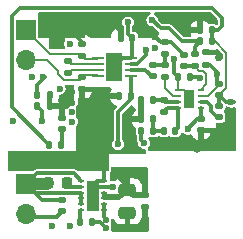
<source format=gbr>
%TF.GenerationSoftware,KiCad,Pcbnew,7.0.10*%
%TF.CreationDate,2024-03-11T17:01:08-07:00*%
%TF.ProjectId,P2.0,50322e30-2e6b-4696-9361-645f70636258,rev?*%
%TF.SameCoordinates,Original*%
%TF.FileFunction,Copper,L4,Bot*%
%TF.FilePolarity,Positive*%
%FSLAX46Y46*%
G04 Gerber Fmt 4.6, Leading zero omitted, Abs format (unit mm)*
G04 Created by KiCad (PCBNEW 7.0.10) date 2024-03-11 17:01:08*
%MOMM*%
%LPD*%
G01*
G04 APERTURE LIST*
G04 Aperture macros list*
%AMRoundRect*
0 Rectangle with rounded corners*
0 $1 Rounding radius*
0 $2 $3 $4 $5 $6 $7 $8 $9 X,Y pos of 4 corners*
0 Add a 4 corners polygon primitive as box body*
4,1,4,$2,$3,$4,$5,$6,$7,$8,$9,$2,$3,0*
0 Add four circle primitives for the rounded corners*
1,1,$1+$1,$2,$3*
1,1,$1+$1,$4,$5*
1,1,$1+$1,$6,$7*
1,1,$1+$1,$8,$9*
0 Add four rect primitives between the rounded corners*
20,1,$1+$1,$2,$3,$4,$5,0*
20,1,$1+$1,$4,$5,$6,$7,0*
20,1,$1+$1,$6,$7,$8,$9,0*
20,1,$1+$1,$8,$9,$2,$3,0*%
G04 Aperture macros list end*
%TA.AperFunction,ComponentPad*%
%ADD10R,1.700000X1.700000*%
%TD*%
%TA.AperFunction,ComponentPad*%
%ADD11O,1.700000X1.700000*%
%TD*%
%TA.AperFunction,SMDPad,CuDef*%
%ADD12RoundRect,0.140000X-0.170000X0.140000X-0.170000X-0.140000X0.170000X-0.140000X0.170000X0.140000X0*%
%TD*%
%TA.AperFunction,SMDPad,CuDef*%
%ADD13RoundRect,0.135000X-0.135000X-0.185000X0.135000X-0.185000X0.135000X0.185000X-0.135000X0.185000X0*%
%TD*%
%TA.AperFunction,SMDPad,CuDef*%
%ADD14RoundRect,0.135000X-0.185000X0.135000X-0.185000X-0.135000X0.185000X-0.135000X0.185000X0.135000X0*%
%TD*%
%TA.AperFunction,SMDPad,CuDef*%
%ADD15RoundRect,0.140000X0.140000X0.170000X-0.140000X0.170000X-0.140000X-0.170000X0.140000X-0.170000X0*%
%TD*%
%TA.AperFunction,SMDPad,CuDef*%
%ADD16RoundRect,0.140000X0.170000X-0.140000X0.170000X0.140000X-0.170000X0.140000X-0.170000X-0.140000X0*%
%TD*%
%TA.AperFunction,SMDPad,CuDef*%
%ADD17RoundRect,0.140000X-0.140000X-0.170000X0.140000X-0.170000X0.140000X0.170000X-0.140000X0.170000X0*%
%TD*%
%TA.AperFunction,SMDPad,CuDef*%
%ADD18RoundRect,0.135000X0.185000X-0.135000X0.185000X0.135000X-0.185000X0.135000X-0.185000X-0.135000X0*%
%TD*%
%TA.AperFunction,SMDPad,CuDef*%
%ADD19R,0.500000X0.250000*%
%TD*%
%TA.AperFunction,SMDPad,CuDef*%
%ADD20R,1.000000X2.650000*%
%TD*%
%TA.AperFunction,SMDPad,CuDef*%
%ADD21RoundRect,0.250000X0.475000X-0.250000X0.475000X0.250000X-0.475000X0.250000X-0.475000X-0.250000X0*%
%TD*%
%TA.AperFunction,SMDPad,CuDef*%
%ADD22RoundRect,0.218750X-0.218750X-0.256250X0.218750X-0.256250X0.218750X0.256250X-0.218750X0.256250X0*%
%TD*%
%TA.AperFunction,SMDPad,CuDef*%
%ADD23RoundRect,0.135000X0.135000X0.185000X-0.135000X0.185000X-0.135000X-0.185000X0.135000X-0.185000X0*%
%TD*%
%TA.AperFunction,SMDPad,CuDef*%
%ADD24RoundRect,0.062500X-0.412500X-0.062500X0.412500X-0.062500X0.412500X0.062500X-0.412500X0.062500X0*%
%TD*%
%TA.AperFunction,SMDPad,CuDef*%
%ADD25R,1.450000X2.400000*%
%TD*%
%TA.AperFunction,SMDPad,CuDef*%
%ADD26R,0.900000X1.600000*%
%TD*%
%TA.AperFunction,ViaPad*%
%ADD27C,0.600000*%
%TD*%
%TA.AperFunction,ViaPad*%
%ADD28C,0.800000*%
%TD*%
%TA.AperFunction,Conductor*%
%ADD29C,0.200000*%
%TD*%
%TA.AperFunction,Conductor*%
%ADD30C,0.300000*%
%TD*%
%TA.AperFunction,Conductor*%
%ADD31C,0.500000*%
%TD*%
%TA.AperFunction,Conductor*%
%ADD32C,1.000000*%
%TD*%
%TA.AperFunction,Conductor*%
%ADD33C,0.150000*%
%TD*%
G04 APERTURE END LIST*
D10*
%TO.P,J1,1,Pin_1*%
%TO.N,/EEG-*%
X76500000Y-51750000D03*
D11*
%TO.P,J1,2,Pin_2*%
%TO.N,/EEG+*%
X76500000Y-54290000D03*
%TD*%
D10*
%TO.P,BT1,1,+*%
%TO.N,Net-(BT1-+)*%
X76525000Y-64800000D03*
D11*
%TO.P,BT1,2,-*%
%TO.N,GND*%
X76525000Y-67340000D03*
%TD*%
D12*
%TO.P,C4,1*%
%TO.N,GND*%
X89850000Y-53840000D03*
%TO.P,C4,2*%
%TO.N,Net-(U2-IN2+)*%
X89850000Y-54800000D03*
%TD*%
D13*
%TO.P,R17,1*%
%TO.N,+3V3*%
X77480000Y-57200000D03*
%TO.P,R17,2*%
%TO.N,STAGE_3_OUT*%
X78500000Y-57200000D03*
%TD*%
D14*
%TO.P,R1,1*%
%TO.N,/EEG+*%
X81280000Y-55740000D03*
%TO.P,R1,2*%
%TO.N,GND*%
X81280000Y-56760000D03*
%TD*%
D15*
%TO.P,C24,1*%
%TO.N,GND*%
X90380000Y-55750000D03*
%TO.P,C24,2*%
%TO.N,-3V3*%
X89420000Y-55750000D03*
%TD*%
D16*
%TO.P,C26,1*%
%TO.N,GND*%
X86600000Y-66700000D03*
%TO.P,C26,2*%
%TO.N,+3V3*%
X86600000Y-65740000D03*
%TD*%
D17*
%TO.P,C5,1*%
%TO.N,Net-(C5-Pad1)*%
X91270000Y-52700000D03*
%TO.P,C5,2*%
%TO.N,Net-(C3-Pad2)*%
X92230000Y-52700000D03*
%TD*%
D14*
%TO.P,R5,1*%
%TO.N,Net-(C1-Pad2)*%
X88250000Y-54700000D03*
%TO.P,R5,2*%
%TO.N,Net-(U2-IN1+)*%
X88250000Y-55720000D03*
%TD*%
D16*
%TO.P,C25,1*%
%TO.N,GND*%
X91300000Y-60230000D03*
%TO.P,C25,2*%
%TO.N,+3V3*%
X91300000Y-59270000D03*
%TD*%
D18*
%TO.P,R2,1*%
%TO.N,/EEG-*%
X81280000Y-53960000D03*
%TO.P,R2,2*%
%TO.N,GND*%
X81280000Y-52940000D03*
%TD*%
D16*
%TO.P,C8,1*%
%TO.N,GND*%
X79600000Y-67060000D03*
%TO.P,C8,2*%
%TO.N,Net-(BT1-+)*%
X79600000Y-66100000D03*
%TD*%
D19*
%TO.P,U3,1,OSEL*%
%TO.N,Net-(U3-OSEL)*%
X81200000Y-67000000D03*
%TO.P,U3,2,MODE*%
%TO.N,Net-(BT1-+)*%
X81200000Y-66500000D03*
%TO.P,U3,3,EN*%
X81200000Y-66000000D03*
%TO.P,U3,4,VIN*%
X81200000Y-65500000D03*
%TO.P,U3,5,SW*%
%TO.N,Net-(U3-SW)*%
X81200000Y-65000000D03*
%TO.P,U3,6,SUP*%
%TO.N,Net-(BT1-+)*%
X81200000Y-64500000D03*
%TO.P,U3,7,PGND*%
%TO.N,GND*%
X83100000Y-64500000D03*
%TO.P,U3,8,AGND*%
X83100000Y-65000000D03*
%TO.P,U3,9,VOUT*%
%TO.N,+3V3*%
X83100000Y-65500000D03*
%TO.P,U3,10,VOUT*%
X83100000Y-66000000D03*
%TO.P,U3,11,ICHG*%
%TO.N,GND*%
X83100000Y-66500000D03*
%TO.P,U3,12,VCHG*%
X83100000Y-67000000D03*
D20*
%TO.P,U3,13*%
X82150000Y-65750000D03*
%TD*%
D17*
%TO.P,C23,1*%
%TO.N,GND*%
X84520000Y-52400000D03*
%TO.P,C23,2*%
%TO.N,-3V3*%
X85480000Y-52400000D03*
%TD*%
D16*
%TO.P,C1,1*%
%TO.N,Net-(U1-OUT)*%
X87300000Y-55660000D03*
%TO.P,C1,2*%
%TO.N,Net-(C1-Pad2)*%
X87300000Y-54700000D03*
%TD*%
%TO.P,C7,1*%
%TO.N,Net-(C7-Pad1)*%
X79550000Y-60110000D03*
%TO.P,C7,2*%
%TO.N,STAGE_3_OUT*%
X79550000Y-59150000D03*
%TD*%
D21*
%TO.P,C9,1*%
%TO.N,GND*%
X85100000Y-67200000D03*
%TO.P,C9,2*%
%TO.N,+3V3*%
X85100000Y-65300000D03*
%TD*%
D13*
%TO.P,R14,1*%
%TO.N,Net-(C3-Pad2)*%
X78490000Y-61450000D03*
%TO.P,R14,2*%
%TO.N,Net-(C7-Pad1)*%
X79510000Y-61450000D03*
%TD*%
D22*
%TO.P,L1,1,1*%
%TO.N,Net-(BT1-+)*%
X78412500Y-64700000D03*
%TO.P,L1,2,2*%
%TO.N,Net-(U3-SW)*%
X79987500Y-64700000D03*
%TD*%
D23*
%TO.P,R10,1*%
%TO.N,Net-(C2-Pad2)*%
X87300000Y-60300000D03*
%TO.P,R10,2*%
%TO.N,Net-(C5-Pad1)*%
X86280000Y-60300000D03*
%TD*%
D14*
%TO.P,R11,1*%
%TO.N,Net-(C5-Pad1)*%
X90800000Y-53790000D03*
%TO.P,R11,2*%
%TO.N,Net-(U2-IN2+)*%
X90800000Y-54810000D03*
%TD*%
D23*
%TO.P,R16,1*%
%TO.N,STAGE_3_OUT*%
X78500000Y-58190000D03*
%TO.P,R16,2*%
%TO.N,GND*%
X77480000Y-58190000D03*
%TD*%
%TO.P,R8,1*%
%TO.N,Net-(C3-Pad2)*%
X92260000Y-51750000D03*
%TO.P,R8,2*%
%TO.N,GND*%
X91240000Y-51750000D03*
%TD*%
D17*
%TO.P,C22,1*%
%TO.N,GND*%
X84420000Y-57300000D03*
%TO.P,C22,2*%
%TO.N,+3V3*%
X85380000Y-57300000D03*
%TD*%
D12*
%TO.P,C6,1*%
%TO.N,Net-(U2-IN2-)*%
X92875000Y-56295000D03*
%TO.P,C6,2*%
%TO.N,Net-(C3-Pad2)*%
X92875000Y-57255000D03*
%TD*%
D16*
%TO.P,C3,1*%
%TO.N,Net-(U2-OUT2)*%
X92875000Y-59105000D03*
%TO.P,C3,2*%
%TO.N,Net-(C3-Pad2)*%
X92875000Y-58145000D03*
%TD*%
D18*
%TO.P,R4,1*%
%TO.N,Net-(C1-Pad2)*%
X88250000Y-53810000D03*
%TO.P,R4,2*%
%TO.N,GND*%
X88250000Y-52790000D03*
%TD*%
%TO.P,R3,1*%
%TO.N,Net-(R3-Pad1)*%
X80080000Y-55370000D03*
%TO.P,R3,2*%
%TO.N,Net-(R3-Pad2)*%
X80080000Y-54350000D03*
%TD*%
%TO.P,R6,1*%
%TO.N,Net-(U2-OUT1)*%
X88200000Y-58660000D03*
%TO.P,R6,2*%
%TO.N,Net-(U2-IN1-)*%
X88200000Y-57640000D03*
%TD*%
D24*
%TO.P,U1,1,-IN*%
%TO.N,/EEG+*%
X82580000Y-55600000D03*
%TO.P,U1,2,RG*%
%TO.N,Net-(R3-Pad1)*%
X82580000Y-55100000D03*
%TO.P,U1,3,RG*%
%TO.N,Net-(R3-Pad2)*%
X82580000Y-54600000D03*
%TO.P,U1,4,+IN*%
%TO.N,/EEG-*%
X82580000Y-54100000D03*
%TO.P,U1,5,-VS*%
%TO.N,-3V3*%
X85380000Y-54100000D03*
%TO.P,U1,6,REF*%
%TO.N,GND*%
X85380000Y-54600000D03*
%TO.P,U1,7,OUT*%
%TO.N,Net-(U1-OUT)*%
X85380000Y-55100000D03*
%TO.P,U1,8,+VS*%
%TO.N,+3V3*%
X85380000Y-55600000D03*
D25*
%TO.P,U1,9*%
%TO.N,-3V3*%
X83980000Y-54850000D03*
%TD*%
D15*
%TO.P,C2,1*%
%TO.N,Net-(U2-OUT1)*%
X89130000Y-60300000D03*
%TO.P,C2,2*%
%TO.N,Net-(C2-Pad2)*%
X88170000Y-60300000D03*
%TD*%
D19*
%TO.P,U2,1,OUT1*%
%TO.N,Net-(U2-OUT1)*%
X89400000Y-58300000D03*
%TO.P,U2,2,IN1-*%
%TO.N,Net-(U2-IN1-)*%
X89400000Y-57800000D03*
%TO.P,U2,3,IN1+*%
%TO.N,Net-(U2-IN1+)*%
X89400000Y-57300000D03*
%TO.P,U2,4,V-*%
%TO.N,-3V3*%
X89400000Y-56800000D03*
%TO.P,U2,5,IN2+*%
%TO.N,Net-(U2-IN2+)*%
X91300000Y-56800000D03*
%TO.P,U2,6,IN2-*%
%TO.N,Net-(U2-IN2-)*%
X91300000Y-57300000D03*
%TO.P,U2,7,OUT2*%
%TO.N,Net-(U2-OUT2)*%
X91300000Y-57800000D03*
%TO.P,U2,8,V+*%
%TO.N,+3V3*%
X91300000Y-58300000D03*
D26*
%TO.P,U2,9*%
%TO.N,-3V3*%
X90350000Y-57550000D03*
%TD*%
D13*
%TO.P,R19,1*%
%TO.N,Net-(U3-OSEL)*%
X81090000Y-68000000D03*
%TO.P,R19,2*%
%TO.N,GND*%
X82110000Y-68000000D03*
%TD*%
D23*
%TO.P,R9,1*%
%TO.N,Net-(C2-Pad2)*%
X87300000Y-59300000D03*
%TO.P,R9,2*%
%TO.N,GND*%
X86280000Y-59300000D03*
%TD*%
%TO.P,R7,1*%
%TO.N,Net-(U2-IN1-)*%
X87260000Y-57650000D03*
%TO.P,R7,2*%
%TO.N,GND*%
X86240000Y-57650000D03*
%TD*%
D14*
%TO.P,R12,1*%
%TO.N,GND*%
X91750000Y-53640000D03*
%TO.P,R12,2*%
%TO.N,Net-(U2-IN2-)*%
X91750000Y-54660000D03*
%TD*%
D27*
%TO.N,GND*%
X87450000Y-52300000D03*
X83850000Y-65000000D03*
X83500000Y-61400000D03*
X86650000Y-53400000D03*
X88300000Y-50900000D03*
X77900000Y-59400000D03*
X90350000Y-50900000D03*
X92850000Y-54100000D03*
X79350000Y-56700000D03*
X83700000Y-51050000D03*
X78800000Y-63200000D03*
X80400000Y-58700000D03*
X93900000Y-58600000D03*
X85300000Y-61400000D03*
X89800000Y-51400000D03*
X92350000Y-50850000D03*
X89250000Y-50900000D03*
X76800000Y-63200000D03*
X79100000Y-51050000D03*
X83300000Y-68500000D03*
X86200000Y-51050000D03*
D28*
X91000000Y-61700000D03*
D27*
X84100000Y-68500000D03*
X83300000Y-67800000D03*
X83100000Y-63050000D03*
X79100000Y-52900000D03*
X80450000Y-51950000D03*
X81200000Y-51050000D03*
X91200000Y-55800000D03*
X86600000Y-68500000D03*
%TO.N,+3V3*%
X84300000Y-61400000D03*
X90200000Y-60100000D03*
X83900000Y-64000000D03*
X87450000Y-53300000D03*
X77050000Y-55750000D03*
X80400000Y-59500000D03*
X77950000Y-55750000D03*
X85200000Y-64000000D03*
X80250000Y-52900000D03*
%TO.N,Net-(C3-Pad2)*%
X93900000Y-57800000D03*
%TO.N,Net-(C5-Pad1)*%
X87200000Y-50900000D03*
X86500000Y-61300000D03*
%TO.N,Net-(U2-IN2-)*%
X92700000Y-55500000D03*
%TO.N,STAGE_3_OUT*%
X80400000Y-57025000D03*
X80400000Y-57875000D03*
%TO.N,-3V3*%
X89050000Y-54200000D03*
X85150000Y-51100000D03*
X80200000Y-68300000D03*
X75400000Y-59400000D03*
X78700000Y-68300000D03*
%TD*%
D29*
%TO.N,/EEG-*%
X81100000Y-53780000D02*
X81280000Y-53960000D01*
X78530000Y-53780000D02*
X81100000Y-53780000D01*
X76500000Y-51750000D02*
X78530000Y-53780000D01*
%TO.N,/EEG+*%
X78290000Y-54290000D02*
X76500000Y-54290000D01*
X81280000Y-55740000D02*
X81080000Y-55940000D01*
X81080000Y-55940000D02*
X79711076Y-55940000D01*
X79200000Y-55428924D02*
X79200000Y-55200000D01*
X79711076Y-55940000D02*
X79200000Y-55428924D01*
X79200000Y-55200000D02*
X78290000Y-54290000D01*
%TO.N,/EEG-*%
X82505000Y-54175000D02*
X81545000Y-54175000D01*
X82580000Y-54100000D02*
X82505000Y-54175000D01*
%TO.N,/EEG+*%
X81545000Y-55525000D02*
X81330000Y-55740000D01*
%TO.N,/EEG-*%
X81545000Y-54175000D02*
X81330000Y-53960000D01*
X81330000Y-53960000D02*
X81280000Y-53960000D01*
%TO.N,/EEG+*%
X82505000Y-55525000D02*
X81545000Y-55525000D01*
X82580000Y-55600000D02*
X82505000Y-55525000D01*
X81330000Y-55740000D02*
X81280000Y-55740000D01*
D30*
%TO.N,GND*%
X90380000Y-55750000D02*
X91150000Y-55750000D01*
X88250000Y-52790000D02*
X87940000Y-52790000D01*
X85940096Y-54600000D02*
X86650000Y-53890096D01*
X83900000Y-65000000D02*
X83100000Y-65000000D01*
X82800000Y-68000000D02*
X83300000Y-68500000D01*
X86650000Y-53890096D02*
X86650000Y-53400000D01*
X77480000Y-58190000D02*
X77900000Y-58610000D01*
X77900000Y-58610000D02*
X77900000Y-59400000D01*
X83100000Y-66500000D02*
X83100000Y-67000000D01*
X81280000Y-52940000D02*
X81280000Y-52780000D01*
X79110000Y-67550000D02*
X76735000Y-67550000D01*
X89850000Y-53840000D02*
X88800000Y-52790000D01*
X82500000Y-65400000D02*
X82500000Y-64500000D01*
X85380000Y-54600000D02*
X85940096Y-54600000D01*
X82500000Y-64500000D02*
X83100000Y-64500000D01*
X82525000Y-65000000D02*
X83100000Y-65000000D01*
X83100000Y-64500000D02*
X83100000Y-63050000D01*
X84520000Y-51870000D02*
X83700000Y-51050000D01*
X82150000Y-65750000D02*
X82500000Y-65400000D01*
X82150000Y-65375000D02*
X82525000Y-65000000D01*
X87940000Y-52790000D02*
X87450000Y-52300000D01*
X83100000Y-67000000D02*
X83100000Y-67600000D01*
X82150000Y-65750000D02*
X82150000Y-65375000D01*
X79600000Y-67060000D02*
X79110000Y-67550000D01*
X84520000Y-52400000D02*
X84520000Y-51870000D01*
X76735000Y-67550000D02*
X76525000Y-67340000D01*
X91150000Y-55750000D02*
X91200000Y-55800000D01*
X88800000Y-52790000D02*
X88250000Y-52790000D01*
X83100000Y-67600000D02*
X83300000Y-67800000D01*
X82110000Y-68000000D02*
X82800000Y-68000000D01*
X81280000Y-52780000D02*
X80450000Y-51950000D01*
%TO.N,+3V3*%
X85380000Y-57300000D02*
X85380000Y-57609999D01*
X84400000Y-66000000D02*
X85100000Y-65300000D01*
X83100000Y-65500000D02*
X83399938Y-65799938D01*
X84600062Y-65799938D02*
X85100000Y-65300000D01*
X77480000Y-57200000D02*
X77480000Y-56370000D01*
X91300000Y-59270000D02*
X91030000Y-59270000D01*
D31*
X85100000Y-65300000D02*
X85100000Y-64800000D01*
X85100000Y-64800000D02*
X84300000Y-64000000D01*
D30*
X85380000Y-57609999D02*
X84300000Y-58689999D01*
X78100000Y-55750000D02*
X77950000Y-55900000D01*
X77950000Y-55900000D02*
X77950000Y-55750000D01*
X84300000Y-58689999D02*
X84300000Y-61400000D01*
D31*
X85540000Y-65740000D02*
X85100000Y-65300000D01*
D30*
X77950000Y-55750000D02*
X78100000Y-55750000D01*
D31*
X86600000Y-65740000D02*
X85540000Y-65740000D01*
D30*
X83100000Y-65500000D02*
X83100000Y-66000000D01*
X91300000Y-59270000D02*
X91300000Y-58300000D01*
X85380000Y-57300000D02*
X85380000Y-55800000D01*
X91030000Y-59270000D02*
X90200000Y-60100000D01*
X83100000Y-66000000D02*
X84400000Y-66000000D01*
X77480000Y-56370000D02*
X77950000Y-55900000D01*
X83399938Y-65799938D02*
X84600062Y-65799938D01*
D31*
X84300000Y-64000000D02*
X83900000Y-64000000D01*
D30*
%TO.N,Net-(BT1-+)*%
X77825000Y-66100000D02*
X76525000Y-64800000D01*
X81200000Y-65500000D02*
X81175000Y-65525000D01*
X77250000Y-65525000D02*
X76525000Y-64800000D01*
D32*
X76525000Y-64800000D02*
X78312500Y-64800000D01*
D30*
X77450000Y-63875000D02*
X76525000Y-64800000D01*
X80575000Y-63875000D02*
X77450000Y-63875000D01*
X81200000Y-64500000D02*
X80575000Y-63875000D01*
D32*
X78312500Y-64800000D02*
X78412500Y-64700000D01*
D30*
X81200000Y-66500000D02*
X81200000Y-65500000D01*
X81175000Y-65525000D02*
X77250000Y-65525000D01*
X79600000Y-66100000D02*
X77825000Y-66100000D01*
%TO.N,Net-(U1-OUT)*%
X87180366Y-55660000D02*
X87300000Y-55660000D01*
X86620366Y-55100000D02*
X87180366Y-55660000D01*
X85380000Y-55100000D02*
X86620366Y-55100000D01*
%TO.N,Net-(C1-Pad2)*%
X88250000Y-54700000D02*
X88250000Y-53810000D01*
X88250000Y-54700000D02*
X87300000Y-54700000D01*
D29*
%TO.N,Net-(U2-IN1+)*%
X88250000Y-56625000D02*
X88250000Y-55720000D01*
X88925000Y-57300000D02*
X88250000Y-56625000D01*
X89400000Y-57300000D02*
X88925000Y-57300000D01*
D30*
%TO.N,Net-(C2-Pad2)*%
X87300000Y-59300000D02*
X87300000Y-60300000D01*
X87300000Y-60300000D02*
X88170000Y-60300000D01*
%TO.N,Net-(U2-OUT2)*%
X91875000Y-57800000D02*
X92215000Y-58140000D01*
X91300000Y-57800000D02*
X91875000Y-57800000D01*
X92215000Y-58140000D02*
X92215000Y-58615000D01*
X92705000Y-59105000D02*
X92875000Y-59105000D01*
X92215000Y-58615000D02*
X92705000Y-59105000D01*
%TO.N,Net-(C3-Pad2)*%
X75300000Y-50550000D02*
X76000000Y-49850000D01*
X92269239Y-49850000D02*
X93100000Y-50680761D01*
X92750000Y-51750000D02*
X93100000Y-51400000D01*
D33*
X92509999Y-52700000D02*
X93460000Y-53650001D01*
D30*
X94100000Y-57800000D02*
X93420000Y-57800000D01*
X92260000Y-51750000D02*
X92260000Y-52670000D01*
D33*
X93460000Y-53650001D02*
X93460000Y-56670000D01*
D30*
X92260000Y-51750000D02*
X92750000Y-51750000D01*
X92260000Y-52670000D02*
X92230000Y-52700000D01*
X78490000Y-61450000D02*
X75300000Y-58260000D01*
X76000000Y-49850000D02*
X92269239Y-49850000D01*
D33*
X92230000Y-52700000D02*
X92509999Y-52700000D01*
D30*
X93100000Y-50680761D02*
X93100000Y-51400000D01*
D33*
X93460000Y-56670000D02*
X92875000Y-57255000D01*
D30*
X75300000Y-58260000D02*
X75300000Y-50550000D01*
X93420000Y-57800000D02*
X92875000Y-57255000D01*
X92875000Y-58145000D02*
X92875000Y-57255000D01*
%TO.N,Net-(U2-IN2+)*%
X90790000Y-54800000D02*
X90800000Y-54810000D01*
D33*
X91775000Y-56325000D02*
X91775000Y-55475000D01*
D30*
X89850000Y-54800000D02*
X90790000Y-54800000D01*
D33*
X91505000Y-55205000D02*
X91195000Y-55205000D01*
X91300000Y-56800000D02*
X91775000Y-56325000D01*
X91775000Y-55475000D02*
X91505000Y-55205000D01*
X91195000Y-55205000D02*
X90800000Y-54810000D01*
D30*
%TO.N,Net-(C5-Pad1)*%
X87900000Y-51600000D02*
X87200000Y-50900000D01*
X91270000Y-52700000D02*
X90800000Y-53170000D01*
X86280000Y-60300000D02*
X86280000Y-61080000D01*
X86280000Y-61080000D02*
X86500000Y-61300000D01*
X91270000Y-52700000D02*
X89716846Y-52700000D01*
X89716846Y-52700000D02*
X88616846Y-51600000D01*
X90800000Y-53170000D02*
X90800000Y-53790000D01*
X88616846Y-51600000D02*
X87900000Y-51600000D01*
%TO.N,Net-(U2-IN2-)*%
X92700000Y-56120000D02*
X92875000Y-56295000D01*
X92700000Y-55500000D02*
X92700000Y-56120000D01*
D33*
X91929220Y-57300000D02*
X91300000Y-57300000D01*
D30*
X92700000Y-55280761D02*
X92079239Y-54660000D01*
D33*
X92875000Y-56354220D02*
X91929220Y-57300000D01*
X92875000Y-56295000D02*
X92875000Y-56354220D01*
D30*
X92700000Y-55500000D02*
X92700000Y-55280761D01*
X92079239Y-54660000D02*
X91750000Y-54660000D01*
%TO.N,Net-(C7-Pad1)*%
X79540000Y-61450000D02*
X79540000Y-60120000D01*
X79540000Y-60120000D02*
X79550000Y-60110000D01*
%TO.N,-3V3*%
X85150000Y-51100000D02*
X85150000Y-52070000D01*
X85480000Y-54000000D02*
X85380000Y-54100000D01*
X89050000Y-54200000D02*
X89050000Y-55380000D01*
D29*
X89400000Y-55770000D02*
X89420000Y-55750000D01*
X89400000Y-56800000D02*
X89400000Y-55770000D01*
D30*
X84730000Y-54100000D02*
X83980000Y-54850000D01*
D29*
X90350000Y-57275000D02*
X89875000Y-56800000D01*
D30*
X89050000Y-55380000D02*
X89420000Y-55750000D01*
D29*
X89875000Y-56800000D02*
X89400000Y-56800000D01*
D30*
X85480000Y-52400000D02*
X85480000Y-54000000D01*
X85150000Y-52070000D02*
X85480000Y-52400000D01*
D29*
X90350000Y-57550000D02*
X90350000Y-57275000D01*
D30*
X85380000Y-54100000D02*
X84730000Y-54100000D01*
%TO.N,Net-(U3-SW)*%
X81200000Y-65000000D02*
X80287500Y-65000000D01*
X80287500Y-65000000D02*
X79987500Y-64700000D01*
D29*
%TO.N,Net-(R3-Pad1)*%
X82580000Y-55100000D02*
X80350000Y-55100000D01*
X80350000Y-55100000D02*
X80080000Y-55370000D01*
%TO.N,Net-(R3-Pad2)*%
X82580000Y-54600000D02*
X80330000Y-54600000D01*
X80330000Y-54600000D02*
X80080000Y-54350000D01*
D30*
%TO.N,Net-(U2-IN1-)*%
X87270000Y-57640000D02*
X87260000Y-57650000D01*
X88310000Y-57800000D02*
X89400000Y-57800000D01*
X88150000Y-57640000D02*
X88310000Y-57800000D01*
X88150000Y-57640000D02*
X87270000Y-57640000D01*
%TO.N,Net-(U3-OSEL)*%
X81090000Y-67110000D02*
X81200000Y-67000000D01*
X81090000Y-68000000D02*
X81090000Y-67110000D01*
%TO.N,Net-(U2-OUT1)*%
X89400000Y-58300000D02*
X89400000Y-60030000D01*
X88510000Y-58300000D02*
X88150000Y-58660000D01*
X89400000Y-60030000D02*
X89130000Y-60300000D01*
X89400000Y-58300000D02*
X88510000Y-58300000D01*
%TD*%
%TA.AperFunction,Conductor*%
%TO.N,GND*%
G36*
X83699540Y-56619685D02*
G01*
X83745295Y-56672489D01*
X83755239Y-56741647D01*
X83739233Y-56787121D01*
X83687968Y-56873804D01*
X83687966Y-56873809D01*
X83642855Y-57029081D01*
X83642854Y-57029087D01*
X83641209Y-57049999D01*
X83641210Y-57050000D01*
X84546000Y-57050000D01*
X84613039Y-57069685D01*
X84658794Y-57122489D01*
X84670000Y-57174000D01*
X84670000Y-57426000D01*
X84650315Y-57493039D01*
X84597511Y-57538794D01*
X84546000Y-57550000D01*
X83641210Y-57550000D01*
X83642854Y-57570910D01*
X83687968Y-57726195D01*
X83770278Y-57865374D01*
X83770285Y-57865383D01*
X83884616Y-57979714D01*
X83884625Y-57979721D01*
X84023804Y-58062031D01*
X84138978Y-58095492D01*
X84197864Y-58133099D01*
X84227071Y-58196571D01*
X84217325Y-58265758D01*
X84192065Y-58302250D01*
X84086954Y-58407361D01*
X84067103Y-58423483D01*
X84059331Y-58428561D01*
X84041499Y-58451471D01*
X84032394Y-58461783D01*
X84031624Y-58462693D01*
X84020439Y-58478358D01*
X84017378Y-58482462D01*
X83987482Y-58520872D01*
X83983980Y-58527343D01*
X83980760Y-58533931D01*
X83966871Y-58580581D01*
X83965309Y-58585456D01*
X83949499Y-58631512D01*
X83948296Y-58638716D01*
X83947382Y-58646047D01*
X83949394Y-58694666D01*
X83949500Y-58699791D01*
X83949500Y-60993963D01*
X83929815Y-61061002D01*
X83919214Y-61075164D01*
X83874625Y-61126623D01*
X83874622Y-61126628D01*
X83814834Y-61257543D01*
X83794353Y-61400000D01*
X83814834Y-61542456D01*
X83828953Y-61573371D01*
X83874623Y-61673373D01*
X83968872Y-61782143D01*
X84089947Y-61859953D01*
X84089950Y-61859954D01*
X84089949Y-61859954D01*
X84228036Y-61900499D01*
X84228038Y-61900500D01*
X84228039Y-61900500D01*
X84371962Y-61900500D01*
X84371962Y-61900499D01*
X84510053Y-61859953D01*
X84631128Y-61782143D01*
X84725377Y-61673373D01*
X84785165Y-61542457D01*
X84805647Y-61400000D01*
X84785165Y-61257543D01*
X84725377Y-61126627D01*
X84725374Y-61126623D01*
X84680786Y-61075164D01*
X84651762Y-61011608D01*
X84650500Y-60993963D01*
X84650500Y-58886542D01*
X84670185Y-58819503D01*
X84686815Y-58798865D01*
X85359552Y-58126127D01*
X85420873Y-58092644D01*
X85490564Y-58097628D01*
X85546498Y-58139499D01*
X85553963Y-58150689D01*
X85599262Y-58227286D01*
X85599268Y-58227294D01*
X85712705Y-58340731D01*
X85712713Y-58340737D01*
X85779264Y-58380095D01*
X85826947Y-58431164D01*
X85839451Y-58499905D01*
X85812806Y-58564495D01*
X85779267Y-58593557D01*
X85752716Y-58609259D01*
X85752705Y-58609268D01*
X85639268Y-58722705D01*
X85639261Y-58722714D01*
X85557593Y-58860808D01*
X85557592Y-58860811D01*
X85512833Y-59014871D01*
X85512832Y-59014877D01*
X85510069Y-59050000D01*
X86030000Y-59050000D01*
X86030000Y-58513000D01*
X86026319Y-58509319D01*
X85992834Y-58447996D01*
X85990000Y-58421638D01*
X85990000Y-57524000D01*
X86009685Y-57456961D01*
X86062489Y-57411206D01*
X86114000Y-57400000D01*
X86366000Y-57400000D01*
X86433039Y-57419685D01*
X86478794Y-57472489D01*
X86490000Y-57524000D01*
X86490000Y-58437000D01*
X86493681Y-58440681D01*
X86527166Y-58502004D01*
X86530000Y-58528362D01*
X86530000Y-59426000D01*
X86510315Y-59493039D01*
X86457511Y-59538794D01*
X86406000Y-59550000D01*
X85510069Y-59550000D01*
X85512832Y-59585122D01*
X85512833Y-59585128D01*
X85557592Y-59739188D01*
X85557593Y-59739191D01*
X85639261Y-59877285D01*
X85639268Y-59877294D01*
X85752705Y-59990731D01*
X85758874Y-59995516D01*
X85757270Y-59997583D01*
X85796298Y-60039373D01*
X85809500Y-60095049D01*
X85809500Y-60524316D01*
X85815931Y-60573171D01*
X85865935Y-60680404D01*
X85893181Y-60707650D01*
X85926666Y-60768973D01*
X85929500Y-60795331D01*
X85929500Y-61030788D01*
X85926861Y-61056232D01*
X85924957Y-61065311D01*
X85924957Y-61065316D01*
X85928548Y-61094121D01*
X85929396Y-61107795D01*
X85929499Y-61109032D01*
X85929500Y-61109037D01*
X85929500Y-61109040D01*
X85932666Y-61128015D01*
X85933403Y-61133077D01*
X85939426Y-61181390D01*
X85941524Y-61188435D01*
X85943907Y-61195379D01*
X85943908Y-61195381D01*
X85960270Y-61225616D01*
X85967082Y-61238203D01*
X85969427Y-61242760D01*
X85984516Y-61273626D01*
X85995853Y-61310438D01*
X86014834Y-61442456D01*
X86060504Y-61542457D01*
X86074623Y-61573373D01*
X86168872Y-61682143D01*
X86289947Y-61759953D01*
X86289950Y-61759954D01*
X86289949Y-61759954D01*
X86428036Y-61800499D01*
X86428038Y-61800500D01*
X86526000Y-61800500D01*
X86593039Y-61820185D01*
X86638794Y-61872989D01*
X86650000Y-61924500D01*
X86650000Y-62151000D01*
X86630315Y-62218039D01*
X86577511Y-62263794D01*
X86526000Y-62275000D01*
X83500000Y-62275000D01*
X83500000Y-62000000D01*
X80750000Y-62000000D01*
X80750000Y-59906612D01*
X80769685Y-59839573D01*
X80780281Y-59825416D01*
X80825377Y-59773373D01*
X80885165Y-59642457D01*
X80905647Y-59500000D01*
X80885165Y-59357543D01*
X80825377Y-59226627D01*
X80825374Y-59226623D01*
X80780286Y-59174587D01*
X80751262Y-59111031D01*
X80750000Y-59093386D01*
X80750000Y-58281903D01*
X80765777Y-58221374D01*
X80766244Y-58220539D01*
X80780744Y-58199881D01*
X80825377Y-58148373D01*
X80885165Y-58017457D01*
X80905647Y-57875000D01*
X80885165Y-57732543D01*
X80871313Y-57702212D01*
X80861370Y-57633058D01*
X80890394Y-57569501D01*
X80949172Y-57531726D01*
X80993836Y-57527085D01*
X81030000Y-57529930D01*
X81030000Y-57010000D01*
X81530000Y-57010000D01*
X81530000Y-57529930D01*
X81565122Y-57527167D01*
X81565128Y-57527166D01*
X81719188Y-57482407D01*
X81719191Y-57482406D01*
X81857285Y-57400738D01*
X81857294Y-57400731D01*
X81970731Y-57287294D01*
X81970738Y-57287285D01*
X82052404Y-57149194D01*
X82092844Y-57010000D01*
X81530000Y-57010000D01*
X81030000Y-57010000D01*
X81030000Y-56634000D01*
X81039984Y-56600000D01*
X82143000Y-56600000D01*
X83632501Y-56600000D01*
X83699540Y-56619685D01*
G37*
%TD.AperFunction*%
%TD*%
%TA.AperFunction,Conductor*%
%TO.N,GND*%
G36*
X92770042Y-53349659D02*
G01*
X93148181Y-53727798D01*
X93181666Y-53789121D01*
X93184500Y-53815479D01*
X93184500Y-54076000D01*
X93164815Y-54143039D01*
X93112011Y-54188794D01*
X93060500Y-54200000D01*
X92637263Y-54200000D01*
X92570224Y-54180315D01*
X92524469Y-54127511D01*
X92514525Y-54058353D01*
X92520621Y-54036797D01*
X92520229Y-54036684D01*
X92562844Y-53890000D01*
X91624000Y-53890000D01*
X91556961Y-53870315D01*
X91511206Y-53817511D01*
X91500000Y-53766000D01*
X91500000Y-53514000D01*
X91519685Y-53446961D01*
X91572489Y-53401206D01*
X91624000Y-53390000D01*
X92562845Y-53390000D01*
X92583200Y-53362889D01*
X92639192Y-53321097D01*
X92708891Y-53316211D01*
X92770042Y-53349659D01*
G37*
%TD.AperFunction*%
%TA.AperFunction,Conductor*%
G36*
X87011501Y-50220185D02*
G01*
X87057256Y-50272989D01*
X87067200Y-50342147D01*
X87038175Y-50405703D01*
X86995977Y-50437293D01*
X86989948Y-50440046D01*
X86868873Y-50517856D01*
X86774623Y-50626626D01*
X86774622Y-50626628D01*
X86714834Y-50757543D01*
X86694353Y-50900000D01*
X86714834Y-51042456D01*
X86722509Y-51059261D01*
X86774623Y-51173373D01*
X86868872Y-51282143D01*
X86989947Y-51359953D01*
X86989950Y-51359954D01*
X86989949Y-51359954D01*
X87128036Y-51400499D01*
X87128038Y-51400500D01*
X87128039Y-51400500D01*
X87153456Y-51400500D01*
X87220495Y-51420185D01*
X87241137Y-51436819D01*
X87617362Y-51813044D01*
X87633486Y-51832899D01*
X87638563Y-51840669D01*
X87638565Y-51840671D01*
X87661466Y-51858495D01*
X87671728Y-51867559D01*
X87672691Y-51868374D01*
X87688347Y-51879552D01*
X87692450Y-51882611D01*
X87709689Y-51896028D01*
X87734871Y-51915628D01*
X87775684Y-51972339D01*
X87779359Y-52042112D01*
X87744728Y-52102795D01*
X87721831Y-52120213D01*
X87672716Y-52149259D01*
X87672705Y-52149268D01*
X87559268Y-52262705D01*
X87559261Y-52262714D01*
X87514075Y-52339121D01*
X87463006Y-52386805D01*
X87407343Y-52400000D01*
X86084499Y-52400000D01*
X86017460Y-52380315D01*
X85971705Y-52327511D01*
X85960499Y-52276000D01*
X85960499Y-52190105D01*
X85960499Y-52190100D01*
X85953972Y-52140513D01*
X85903224Y-52031684D01*
X85818316Y-51946776D01*
X85709487Y-51896028D01*
X85709485Y-51896027D01*
X85709486Y-51896027D01*
X85659902Y-51889500D01*
X85659901Y-51889500D01*
X85624500Y-51889500D01*
X85557461Y-51869815D01*
X85511706Y-51817011D01*
X85500500Y-51765500D01*
X85500500Y-51506035D01*
X85520185Y-51438996D01*
X85530782Y-51424837D01*
X85575377Y-51373373D01*
X85635165Y-51242457D01*
X85655647Y-51100000D01*
X85635165Y-50957543D01*
X85575377Y-50826627D01*
X85481128Y-50717857D01*
X85360053Y-50640047D01*
X85360051Y-50640046D01*
X85360049Y-50640045D01*
X85360050Y-50640045D01*
X85221963Y-50599500D01*
X85221961Y-50599500D01*
X85078039Y-50599500D01*
X85078036Y-50599500D01*
X84939949Y-50640045D01*
X84818873Y-50717856D01*
X84724623Y-50826626D01*
X84724622Y-50826628D01*
X84664834Y-50957543D01*
X84644353Y-51100000D01*
X84664834Y-51242456D01*
X84699054Y-51317385D01*
X84724623Y-51373373D01*
X84769213Y-51424833D01*
X84798238Y-51488388D01*
X84799500Y-51506035D01*
X84799500Y-51511385D01*
X84779815Y-51578424D01*
X84770000Y-51588981D01*
X84770000Y-52400000D01*
X84270000Y-52400000D01*
X84270000Y-51595494D01*
X84269998Y-51595493D01*
X84123809Y-51637965D01*
X84123806Y-51637967D01*
X83984625Y-51720278D01*
X83984616Y-51720285D01*
X83870285Y-51834616D01*
X83870278Y-51834625D01*
X83787969Y-51973803D01*
X83742854Y-52129089D01*
X83742854Y-52129092D01*
X83740000Y-52165355D01*
X83740000Y-52276000D01*
X83720315Y-52343039D01*
X83667511Y-52388794D01*
X83616000Y-52400000D01*
X82009387Y-52400000D01*
X81942348Y-52380315D01*
X81921705Y-52363681D01*
X81857290Y-52299265D01*
X81857285Y-52299261D01*
X81719191Y-52217593D01*
X81719188Y-52217592D01*
X81565130Y-52172834D01*
X81530000Y-52170068D01*
X81530000Y-52400000D01*
X81030000Y-52400000D01*
X81030000Y-52170068D01*
X81029999Y-52170068D01*
X80994869Y-52172834D01*
X80994868Y-52172834D01*
X80840811Y-52217592D01*
X80840808Y-52217593D01*
X80702714Y-52299261D01*
X80702709Y-52299265D01*
X80638295Y-52363681D01*
X80576972Y-52397166D01*
X80550613Y-52400000D01*
X80334307Y-52400000D01*
X80327316Y-52399500D01*
X80321961Y-52399500D01*
X80178039Y-52399500D01*
X80172684Y-52399500D01*
X80165693Y-52400000D01*
X79850000Y-52400000D01*
X79850000Y-52300000D01*
X78425000Y-52300000D01*
X78425000Y-52400000D01*
X77674500Y-52400000D01*
X77607461Y-52380315D01*
X77561706Y-52327511D01*
X77550500Y-52276000D01*
X77550500Y-50880249D01*
X77550499Y-50880247D01*
X77538868Y-50821773D01*
X77538867Y-50821772D01*
X77538867Y-50821769D01*
X77520897Y-50794876D01*
X77500020Y-50728199D01*
X77500000Y-50725986D01*
X77500000Y-50324500D01*
X77519685Y-50257461D01*
X77572489Y-50211706D01*
X77624000Y-50200500D01*
X86944462Y-50200500D01*
X87011501Y-50220185D01*
G37*
%TD.AperFunction*%
%TA.AperFunction,Conductor*%
G36*
X92139734Y-50220185D02*
G01*
X92160376Y-50236819D01*
X92713181Y-50789624D01*
X92746666Y-50850947D01*
X92749500Y-50877305D01*
X92749500Y-51165481D01*
X92729815Y-51232520D01*
X92677011Y-51278275D01*
X92607853Y-51288219D01*
X92573096Y-51277863D01*
X92483173Y-51235932D01*
X92483172Y-51235931D01*
X92434317Y-51229500D01*
X92434316Y-51229500D01*
X92085684Y-51229500D01*
X92085683Y-51229500D01*
X92036822Y-51235932D01*
X92027994Y-51238505D01*
X91958124Y-51238362D01*
X91899424Y-51200468D01*
X91886569Y-51182575D01*
X91880736Y-51172711D01*
X91880731Y-51172705D01*
X91767294Y-51059268D01*
X91767285Y-51059261D01*
X91629191Y-50977593D01*
X91629188Y-50977591D01*
X91490001Y-50937153D01*
X91490000Y-50937154D01*
X91490000Y-51876000D01*
X91470315Y-51943039D01*
X91417511Y-51988794D01*
X91366000Y-52000000D01*
X90470069Y-52000000D01*
X90472832Y-52035122D01*
X90472833Y-52035128D01*
X90518091Y-52190905D01*
X90517892Y-52260775D01*
X90479950Y-52319445D01*
X90416311Y-52348288D01*
X90399015Y-52349500D01*
X89913390Y-52349500D01*
X89846351Y-52329815D01*
X89825709Y-52313181D01*
X89012528Y-51500000D01*
X90470069Y-51500000D01*
X90990000Y-51500000D01*
X90990000Y-50937154D01*
X90989998Y-50937153D01*
X90850811Y-50977591D01*
X90850808Y-50977593D01*
X90712714Y-51059261D01*
X90712705Y-51059268D01*
X90599268Y-51172705D01*
X90599261Y-51172714D01*
X90517593Y-51310808D01*
X90517592Y-51310811D01*
X90472833Y-51464871D01*
X90472832Y-51464877D01*
X90470069Y-51500000D01*
X89012528Y-51500000D01*
X88899483Y-51386955D01*
X88883357Y-51367098D01*
X88878283Y-51359331D01*
X88855370Y-51341497D01*
X88845094Y-51332422D01*
X88844155Y-51331627D01*
X88844153Y-51331625D01*
X88828497Y-51320447D01*
X88824390Y-51317385D01*
X88815940Y-51310808D01*
X88785972Y-51287483D01*
X88785970Y-51287482D01*
X88779486Y-51283973D01*
X88772913Y-51280759D01*
X88726255Y-51266868D01*
X88721378Y-51265306D01*
X88675330Y-51249498D01*
X88668133Y-51248297D01*
X88660797Y-51247382D01*
X88612178Y-51249394D01*
X88607053Y-51249500D01*
X88096544Y-51249500D01*
X88029505Y-51229815D01*
X88008863Y-51213181D01*
X87736503Y-50940821D01*
X87703018Y-50879498D01*
X87701449Y-50870805D01*
X87685165Y-50757543D01*
X87625377Y-50626627D01*
X87531128Y-50517857D01*
X87410053Y-50440047D01*
X87410052Y-50440046D01*
X87410051Y-50440046D01*
X87404023Y-50437293D01*
X87351221Y-50391536D01*
X87331538Y-50324496D01*
X87351224Y-50257458D01*
X87404030Y-50211704D01*
X87455538Y-50200500D01*
X92072695Y-50200500D01*
X92139734Y-50220185D01*
G37*
%TD.AperFunction*%
%TD*%
%TA.AperFunction,Conductor*%
%TO.N,+3V3*%
G36*
X86743039Y-63319685D02*
G01*
X86788794Y-63372489D01*
X86800000Y-63424000D01*
X86800000Y-65959307D01*
X86777511Y-65978794D01*
X86726000Y-65990000D01*
X86474000Y-65990000D01*
X86406961Y-65970315D01*
X86361206Y-65917511D01*
X86350000Y-65866000D01*
X86350000Y-64959968D01*
X86315793Y-64902785D01*
X86314574Y-64897626D01*
X86314503Y-64897294D01*
X86259358Y-64730880D01*
X86259356Y-64730875D01*
X86167315Y-64581654D01*
X86043345Y-64457684D01*
X85894124Y-64365643D01*
X85894119Y-64365641D01*
X85727697Y-64310494D01*
X85727690Y-64310493D01*
X85624986Y-64300000D01*
X85350000Y-64300000D01*
X85350000Y-65426000D01*
X85330315Y-65493039D01*
X85277511Y-65538794D01*
X85226000Y-65550000D01*
X84974000Y-65550000D01*
X84906961Y-65530315D01*
X84861206Y-65477511D01*
X84850000Y-65426000D01*
X84850000Y-64300000D01*
X84575029Y-64300000D01*
X84575012Y-64300001D01*
X84472302Y-64310494D01*
X84305880Y-64365641D01*
X84305875Y-64365643D01*
X84156654Y-64457684D01*
X84123082Y-64491256D01*
X84061759Y-64524741D01*
X84000467Y-64522551D01*
X83921962Y-64499500D01*
X83921961Y-64499500D01*
X83778039Y-64499500D01*
X83778035Y-64499500D01*
X83758934Y-64505109D01*
X83689064Y-64505109D01*
X83630287Y-64467334D01*
X83601262Y-64403778D01*
X83600000Y-64386132D01*
X83600000Y-63865038D01*
X83619685Y-63797999D01*
X83627786Y-63788050D01*
X83627456Y-63787798D01*
X83632838Y-63780758D01*
X83632843Y-63780754D01*
X83677490Y-63700937D01*
X83697175Y-63633898D01*
X83705500Y-63576000D01*
X83705500Y-63424000D01*
X83725185Y-63356961D01*
X83777989Y-63311206D01*
X83829500Y-63300000D01*
X86676000Y-63300000D01*
X86743039Y-63319685D01*
G37*
%TD.AperFunction*%
%TD*%
%TA.AperFunction,Conductor*%
%TO.N,GND*%
G36*
X83500000Y-62275000D02*
G01*
X83500000Y-63576000D01*
X83480315Y-63643039D01*
X83427511Y-63688794D01*
X83376000Y-63700000D01*
X80947044Y-63700000D01*
X80880005Y-63680315D01*
X80859363Y-63663681D01*
X80857637Y-63661955D01*
X80841511Y-63642098D01*
X80836437Y-63634331D01*
X80813524Y-63616497D01*
X80803248Y-63607422D01*
X80802309Y-63606627D01*
X80802307Y-63606625D01*
X80786651Y-63595447D01*
X80782544Y-63592385D01*
X80774085Y-63585801D01*
X80744126Y-63562483D01*
X80744124Y-63562482D01*
X80737640Y-63558973D01*
X80731067Y-63555759D01*
X80684409Y-63541868D01*
X80679532Y-63540306D01*
X80633484Y-63524498D01*
X80626287Y-63523297D01*
X80618951Y-63522382D01*
X80570332Y-63524394D01*
X80565207Y-63524500D01*
X77499212Y-63524500D01*
X77473766Y-63521861D01*
X77464686Y-63519957D01*
X77464685Y-63519957D01*
X77464684Y-63519957D01*
X77435878Y-63523548D01*
X77422199Y-63524397D01*
X77420962Y-63524499D01*
X77401996Y-63527664D01*
X77396929Y-63528402D01*
X77348611Y-63534425D01*
X77341568Y-63536522D01*
X77334616Y-63538909D01*
X77291804Y-63562076D01*
X77287254Y-63564418D01*
X77243517Y-63585800D01*
X77237556Y-63590055D01*
X77231742Y-63594581D01*
X77198791Y-63630375D01*
X77195246Y-63634070D01*
X77165637Y-63663680D01*
X77104314Y-63697166D01*
X77077954Y-63700000D01*
X75074500Y-63700000D01*
X75007461Y-63680315D01*
X74961706Y-63627511D01*
X74950500Y-63576000D01*
X74950500Y-62124000D01*
X74970185Y-62056961D01*
X75022989Y-62011206D01*
X75074500Y-62000000D01*
X80750000Y-62000000D01*
X83500000Y-62000000D01*
X83500000Y-62275000D01*
G37*
%TD.AperFunction*%
%TD*%
%TA.AperFunction,Conductor*%
%TO.N,GND*%
G36*
X93627286Y-58219684D02*
G01*
X93671569Y-58248142D01*
X93685291Y-58256961D01*
X93689949Y-58259954D01*
X93828036Y-58300499D01*
X93828038Y-58300500D01*
X93828039Y-58300500D01*
X93971962Y-58300500D01*
X93971962Y-58300499D01*
X94110053Y-58259953D01*
X94110057Y-58259950D01*
X94118115Y-58256271D01*
X94118868Y-58257920D01*
X94175497Y-58241291D01*
X94242537Y-58260974D01*
X94288293Y-58313777D01*
X94299500Y-58365291D01*
X94299500Y-61876000D01*
X94279815Y-61943039D01*
X94227011Y-61988794D01*
X94175500Y-62000000D01*
X86924000Y-62000000D01*
X86856961Y-61980315D01*
X86811206Y-61927511D01*
X86800000Y-61876000D01*
X86800000Y-61764315D01*
X86819685Y-61697276D01*
X86830287Y-61683112D01*
X86831124Y-61682144D01*
X86831128Y-61682143D01*
X86925377Y-61573373D01*
X86985165Y-61442457D01*
X87005647Y-61300000D01*
X86985165Y-61157543D01*
X86925377Y-61026627D01*
X86894172Y-60990614D01*
X86865148Y-60927058D01*
X86875092Y-60857899D01*
X86920848Y-60805096D01*
X86987887Y-60785412D01*
X87040286Y-60797028D01*
X87076827Y-60814068D01*
X87113469Y-60818892D01*
X87125683Y-60820500D01*
X87125684Y-60820500D01*
X87474317Y-60820500D01*
X87490601Y-60818356D01*
X87523173Y-60814068D01*
X87630404Y-60764065D01*
X87648785Y-60745683D01*
X87710104Y-60712200D01*
X87779795Y-60717183D01*
X87824145Y-60745685D01*
X87831684Y-60753224D01*
X87940513Y-60803972D01*
X87990099Y-60810500D01*
X88349900Y-60810499D01*
X88399487Y-60803972D01*
X88508316Y-60753224D01*
X88562319Y-60699221D01*
X88623642Y-60665736D01*
X88693334Y-60670720D01*
X88737681Y-60699221D01*
X88791684Y-60753224D01*
X88900513Y-60803972D01*
X88950099Y-60810500D01*
X89309900Y-60810499D01*
X89359487Y-60803972D01*
X89468316Y-60753224D01*
X89553224Y-60668316D01*
X89603972Y-60559487D01*
X89610500Y-60509901D01*
X89610499Y-60509885D01*
X89610613Y-60508159D01*
X89610794Y-60507662D01*
X89611030Y-60505876D01*
X89611429Y-60505928D01*
X89634629Y-60442547D01*
X89690305Y-60400334D01*
X89759965Y-60394923D01*
X89821492Y-60428032D01*
X89828057Y-60435040D01*
X89868872Y-60482143D01*
X89989947Y-60559953D01*
X89989950Y-60559954D01*
X89989949Y-60559954D01*
X90128036Y-60600499D01*
X90128038Y-60600500D01*
X90128039Y-60600500D01*
X90271961Y-60600500D01*
X90393103Y-60564930D01*
X90462972Y-60564930D01*
X90521750Y-60602704D01*
X90534769Y-60620786D01*
X90620278Y-60765374D01*
X90620285Y-60765383D01*
X90734616Y-60879714D01*
X90734625Y-60879721D01*
X90873804Y-60962031D01*
X91029089Y-61007145D01*
X91050000Y-61008789D01*
X91050000Y-60480000D01*
X91550000Y-60480000D01*
X91550000Y-61008789D01*
X91570910Y-61007145D01*
X91726195Y-60962031D01*
X91865374Y-60879721D01*
X91865383Y-60879714D01*
X91979714Y-60765383D01*
X91979721Y-60765374D01*
X92062031Y-60626195D01*
X92104504Y-60480000D01*
X91550000Y-60480000D01*
X91050000Y-60480000D01*
X91050000Y-60104000D01*
X91069685Y-60036961D01*
X91112340Y-60000000D01*
X92600000Y-60000000D01*
X92600000Y-59709499D01*
X92619685Y-59642460D01*
X92672489Y-59596705D01*
X92723996Y-59585499D01*
X93084900Y-59585499D01*
X93134487Y-59578972D01*
X93243316Y-59528224D01*
X93328224Y-59443316D01*
X93378972Y-59334487D01*
X93385500Y-59284901D01*
X93385499Y-58925100D01*
X93378972Y-58875513D01*
X93328224Y-58766684D01*
X93274221Y-58712681D01*
X93240736Y-58651358D01*
X93245720Y-58581666D01*
X93274221Y-58537319D01*
X93275775Y-58535765D01*
X93328224Y-58483316D01*
X93378972Y-58374487D01*
X93385500Y-58324901D01*
X93385500Y-58324000D01*
X93385576Y-58323739D01*
X93385766Y-58320850D01*
X93386412Y-58320892D01*
X93405185Y-58256961D01*
X93457989Y-58211206D01*
X93509500Y-58200000D01*
X93560248Y-58200000D01*
X93627286Y-58219684D01*
G37*
%TD.AperFunction*%
%TD*%
%TA.AperFunction,Conductor*%
%TO.N,GND*%
G36*
X86850000Y-67478788D02*
G01*
X86860173Y-67488193D01*
X86896038Y-67548155D01*
X86900000Y-67579248D01*
X86900000Y-68675500D01*
X86880315Y-68742539D01*
X86827511Y-68788294D01*
X86776000Y-68799500D01*
X83824000Y-68799500D01*
X83756961Y-68779815D01*
X83711206Y-68727011D01*
X83700000Y-68675500D01*
X83700000Y-67811335D01*
X83719685Y-67744296D01*
X83772489Y-67698541D01*
X83841647Y-67688597D01*
X83905203Y-67717622D01*
X83935766Y-67763430D01*
X83937592Y-67762579D01*
X83940643Y-67769124D01*
X84032684Y-67918345D01*
X84156654Y-68042315D01*
X84305875Y-68134356D01*
X84305880Y-68134358D01*
X84472302Y-68189505D01*
X84472309Y-68189506D01*
X84575019Y-68199999D01*
X84849999Y-68199999D01*
X84850000Y-68199998D01*
X84850000Y-67074000D01*
X84869685Y-67006961D01*
X84922489Y-66961206D01*
X84974000Y-66950000D01*
X85226000Y-66950000D01*
X85293039Y-66969685D01*
X85338794Y-67022489D01*
X85350000Y-67074000D01*
X85350000Y-68199999D01*
X85624972Y-68199999D01*
X85624986Y-68199998D01*
X85727697Y-68189505D01*
X85894119Y-68134358D01*
X85894124Y-68134356D01*
X86043345Y-68042315D01*
X86167315Y-67918345D01*
X86259356Y-67769124D01*
X86259358Y-67769119D01*
X86314505Y-67602697D01*
X86314506Y-67602689D01*
X86320019Y-67548733D01*
X86346415Y-67484041D01*
X86350000Y-67480183D01*
X86350000Y-66700000D01*
X86850000Y-66700000D01*
X86850000Y-67478788D01*
G37*
%TD.AperFunction*%
%TD*%
%TA.AperFunction,Conductor*%
%TO.N,STAGE_3_OUT*%
G36*
X80543039Y-56394685D02*
G01*
X80588794Y-56447489D01*
X80600000Y-56499000D01*
X80600000Y-58075500D01*
X80580315Y-58142539D01*
X80527511Y-58188294D01*
X80476000Y-58199500D01*
X80328036Y-58199500D01*
X80189949Y-58240045D01*
X80068872Y-58317857D01*
X80068871Y-58317857D01*
X80032952Y-58359309D01*
X79974173Y-58397082D01*
X79904647Y-58397181D01*
X79820912Y-58372854D01*
X79800000Y-58371209D01*
X79800000Y-59276000D01*
X79780315Y-59343039D01*
X79727511Y-59388794D01*
X79676000Y-59400000D01*
X79424000Y-59400000D01*
X79356961Y-59380315D01*
X79311206Y-59327511D01*
X79300000Y-59276000D01*
X79300000Y-58440000D01*
X78374000Y-58440000D01*
X78306961Y-58420315D01*
X78261206Y-58367511D01*
X78250000Y-58316000D01*
X78250000Y-57074000D01*
X78269685Y-57006961D01*
X78322489Y-56961206D01*
X78374000Y-56950000D01*
X78626000Y-56950000D01*
X78693039Y-56969685D01*
X78738794Y-57022489D01*
X78750000Y-57074000D01*
X78750000Y-57940000D01*
X79269931Y-57940000D01*
X79267167Y-57904877D01*
X79267166Y-57904871D01*
X79222407Y-57750811D01*
X79219569Y-57744252D01*
X79211006Y-57674909D01*
X79219569Y-57645748D01*
X79222407Y-57639188D01*
X79267166Y-57485129D01*
X79267167Y-57485123D01*
X79269999Y-57449135D01*
X79270000Y-57449120D01*
X79270000Y-57324500D01*
X79289685Y-57257461D01*
X79342489Y-57211706D01*
X79394000Y-57200500D01*
X79421962Y-57200500D01*
X79421962Y-57200499D01*
X79560053Y-57159953D01*
X79681128Y-57082143D01*
X79775377Y-56973373D01*
X79835165Y-56842457D01*
X79855647Y-56700000D01*
X79835165Y-56557543D01*
X79831954Y-56550511D01*
X79822010Y-56481353D01*
X79851035Y-56417797D01*
X79909813Y-56380023D01*
X79944748Y-56375000D01*
X80476000Y-56375000D01*
X80543039Y-56394685D01*
G37*
%TD.AperFunction*%
%TD*%
%TA.AperFunction,Conductor*%
%TO.N,GND*%
G36*
X79850000Y-52400000D02*
G01*
X79850000Y-52551090D01*
X79830315Y-52618129D01*
X79828681Y-52620311D01*
X79824622Y-52626628D01*
X79764834Y-52757543D01*
X79744353Y-52900000D01*
X79764834Y-53042456D01*
X79804123Y-53128485D01*
X79824623Y-53173373D01*
X79824627Y-53173378D01*
X79829418Y-53180833D01*
X79826547Y-53182677D01*
X79848736Y-53231251D01*
X79850000Y-53248909D01*
X79850000Y-53251000D01*
X79830315Y-53318039D01*
X79777511Y-53363794D01*
X79726000Y-53375000D01*
X78601333Y-53375000D01*
X78534294Y-53355315D01*
X78513652Y-53338681D01*
X78461319Y-53286348D01*
X78427834Y-53225025D01*
X78425000Y-53198667D01*
X78425000Y-52400000D01*
X78425000Y-52300000D01*
X79850000Y-52300000D01*
X79850000Y-52400000D01*
G37*
%TD.AperFunction*%
%TD*%
M02*

</source>
